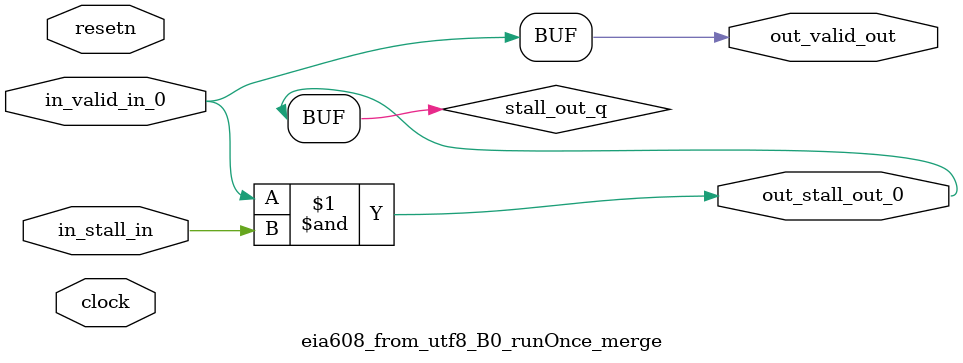
<source format=sv>



(* altera_attribute = "-name AUTO_SHIFT_REGISTER_RECOGNITION OFF; -name MESSAGE_DISABLE 10036; -name MESSAGE_DISABLE 10037; -name MESSAGE_DISABLE 14130; -name MESSAGE_DISABLE 14320; -name MESSAGE_DISABLE 15400; -name MESSAGE_DISABLE 14130; -name MESSAGE_DISABLE 10036; -name MESSAGE_DISABLE 12020; -name MESSAGE_DISABLE 12030; -name MESSAGE_DISABLE 12010; -name MESSAGE_DISABLE 12110; -name MESSAGE_DISABLE 14320; -name MESSAGE_DISABLE 13410; -name MESSAGE_DISABLE 113007; -name MESSAGE_DISABLE 10958" *)
module eia608_from_utf8_B0_runOnce_merge (
    input wire [0:0] in_stall_in,
    input wire [0:0] in_valid_in_0,
    output wire [0:0] out_stall_out_0,
    output wire [0:0] out_valid_out,
    input wire clock,
    input wire resetn
    );

    wire [0:0] stall_out_q;


    // stall_out(LOGICAL,6)
    assign stall_out_q = in_valid_in_0 & in_stall_in;

    // out_stall_out_0(GPOUT,4)
    assign out_stall_out_0 = stall_out_q;

    // out_valid_out(GPOUT,5)
    assign out_valid_out = in_valid_in_0;

endmodule

</source>
